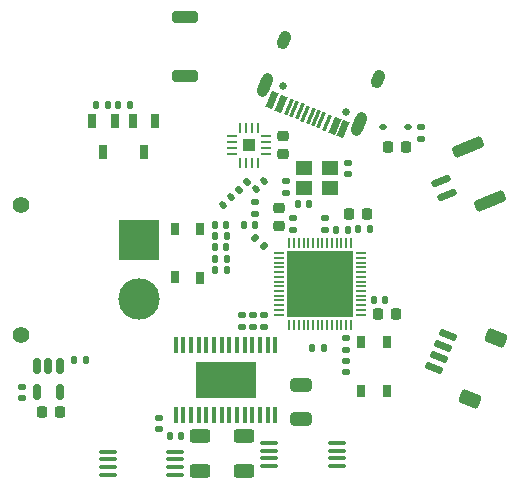
<source format=gts>
G04 #@! TF.GenerationSoftware,KiCad,Pcbnew,(7.0.0)*
G04 #@! TF.CreationDate,2023-03-23T23:46:18+08:00*
G04 #@! TF.ProjectId,ServoLess,53657276-6f4c-4657-9373-2e6b69636164,rev?*
G04 #@! TF.SameCoordinates,Original*
G04 #@! TF.FileFunction,Soldermask,Top*
G04 #@! TF.FilePolarity,Negative*
%FSLAX46Y46*%
G04 Gerber Fmt 4.6, Leading zero omitted, Abs format (unit mm)*
G04 Created by KiCad (PCBNEW (7.0.0)) date 2023-03-23 23:46:18*
%MOMM*%
%LPD*%
G01*
G04 APERTURE LIST*
G04 Aperture macros list*
%AMRoundRect*
0 Rectangle with rounded corners*
0 $1 Rounding radius*
0 $2 $3 $4 $5 $6 $7 $8 $9 X,Y pos of 4 corners*
0 Add a 4 corners polygon primitive as box body*
4,1,4,$2,$3,$4,$5,$6,$7,$8,$9,$2,$3,0*
0 Add four circle primitives for the rounded corners*
1,1,$1+$1,$2,$3*
1,1,$1+$1,$4,$5*
1,1,$1+$1,$6,$7*
1,1,$1+$1,$8,$9*
0 Add four rect primitives between the rounded corners*
20,1,$1+$1,$2,$3,$4,$5,0*
20,1,$1+$1,$4,$5,$6,$7,0*
20,1,$1+$1,$6,$7,$8,$9,0*
20,1,$1+$1,$8,$9,$2,$3,0*%
%AMHorizOval*
0 Thick line with rounded ends*
0 $1 width*
0 $2 $3 position (X,Y) of the first rounded end (center of the circle)*
0 $4 $5 position (X,Y) of the second rounded end (center of the circle)*
0 Add line between two ends*
20,1,$1,$2,$3,$4,$5,0*
0 Add two circle primitives to create the rounded ends*
1,1,$1,$2,$3*
1,1,$1,$4,$5*%
%AMRotRect*
0 Rectangle, with rotation*
0 The origin of the aperture is its center*
0 $1 length*
0 $2 width*
0 $3 Rotation angle, in degrees counterclockwise*
0 Add horizontal line*
21,1,$1,$2,0,0,$3*%
G04 Aperture macros list end*
%ADD10RoundRect,0.147500X-0.147500X-0.172500X0.147500X-0.172500X0.147500X0.172500X-0.147500X0.172500X0*%
%ADD11RoundRect,0.150000X-0.150000X0.512500X-0.150000X-0.512500X0.150000X-0.512500X0.150000X0.512500X0*%
%ADD12RoundRect,0.135000X-0.185000X0.135000X-0.185000X-0.135000X0.185000X-0.135000X0.185000X0.135000X0*%
%ADD13R,1.400000X1.200000*%
%ADD14RoundRect,0.135000X0.135000X0.185000X-0.135000X0.185000X-0.135000X-0.185000X0.135000X-0.185000X0*%
%ADD15RoundRect,0.150000X0.520022X-0.377759X0.634827X-0.100595X-0.520022X0.377759X-0.634827X0.100595X0*%
%ADD16RoundRect,0.250000X0.466582X-0.572102X0.734461X0.074614X-0.466582X0.572102X-0.734461X-0.074614X0*%
%ADD17RoundRect,0.218750X-0.218750X-0.256250X0.218750X-0.256250X0.218750X0.256250X-0.218750X0.256250X0*%
%ADD18RoundRect,0.140000X0.170000X-0.140000X0.170000X0.140000X-0.170000X0.140000X-0.170000X-0.140000X0*%
%ADD19RoundRect,0.225000X0.250000X-0.225000X0.250000X0.225000X-0.250000X0.225000X-0.250000X-0.225000X0*%
%ADD20R,0.650000X1.050000*%
%ADD21C,0.650000*%
%ADD22RotRect,0.600000X1.450000X157.500000*%
%ADD23RotRect,0.300000X1.450000X157.500000*%
%ADD24HorizOval,1.000000X0.210476X0.508134X-0.210476X-0.508134X0*%
%ADD25HorizOval,1.000000X0.114805X0.277164X-0.114805X-0.277164X0*%
%ADD26C,1.400000*%
%ADD27R,3.500000X3.500000*%
%ADD28C,3.500000*%
%ADD29RoundRect,0.140000X0.021213X-0.219203X0.219203X-0.021213X-0.021213X0.219203X-0.219203X0.021213X0*%
%ADD30RoundRect,0.135000X-0.135000X-0.185000X0.135000X-0.185000X0.135000X0.185000X-0.135000X0.185000X0*%
%ADD31RoundRect,0.140000X-0.140000X-0.170000X0.140000X-0.170000X0.140000X0.170000X-0.140000X0.170000X0*%
%ADD32RoundRect,0.147500X0.017678X-0.226274X0.226274X-0.017678X-0.017678X0.226274X-0.226274X0.017678X0*%
%ADD33R,0.650000X1.220000*%
%ADD34RoundRect,0.150000X0.704118X0.129296X0.589313X0.406460X-0.704118X-0.129296X-0.589313X-0.406460X0*%
%ADD35RoundRect,0.250000X1.111938X0.189982X0.920597X0.651922X-1.111938X-0.189982X-0.920597X-0.651922X0*%
%ADD36RoundRect,0.147500X-0.172500X0.147500X-0.172500X-0.147500X0.172500X-0.147500X0.172500X0.147500X0*%
%ADD37RoundRect,0.140000X-0.021213X0.219203X-0.219203X0.021213X0.021213X-0.219203X0.219203X-0.021213X0*%
%ADD38RoundRect,0.140000X0.140000X0.170000X-0.140000X0.170000X-0.140000X-0.170000X0.140000X-0.170000X0*%
%ADD39RoundRect,0.062500X0.325000X0.062500X-0.325000X0.062500X-0.325000X-0.062500X0.325000X-0.062500X0*%
%ADD40RoundRect,0.062500X0.062500X0.325000X-0.062500X0.325000X-0.062500X-0.325000X0.062500X-0.325000X0*%
%ADD41R,1.100000X1.100000*%
%ADD42RoundRect,0.250000X0.850000X0.250000X-0.850000X0.250000X-0.850000X-0.250000X0.850000X-0.250000X0*%
%ADD43RoundRect,0.225000X0.225000X0.250000X-0.225000X0.250000X-0.225000X-0.250000X0.225000X-0.250000X0*%
%ADD44RoundRect,0.100000X0.637500X0.100000X-0.637500X0.100000X-0.637500X-0.100000X0.637500X-0.100000X0*%
%ADD45RoundRect,0.250000X-0.625000X0.312500X-0.625000X-0.312500X0.625000X-0.312500X0.625000X0.312500X0*%
%ADD46RoundRect,0.135000X0.185000X-0.135000X0.185000X0.135000X-0.185000X0.135000X-0.185000X-0.135000X0*%
%ADD47RoundRect,0.140000X-0.170000X0.140000X-0.170000X-0.140000X0.170000X-0.140000X0.170000X0.140000X0*%
%ADD48RoundRect,0.225000X-0.225000X-0.250000X0.225000X-0.250000X0.225000X0.250000X-0.225000X0.250000X0*%
%ADD49R,0.449999X1.400000*%
%ADD50C,0.500000*%
%ADD51R,5.180000X3.099999*%
%ADD52RoundRect,0.250000X-0.650000X0.325000X-0.650000X-0.325000X0.650000X-0.325000X0.650000X0.325000X0*%
%ADD53RoundRect,0.050000X-0.387500X-0.050000X0.387500X-0.050000X0.387500X0.050000X-0.387500X0.050000X0*%
%ADD54RoundRect,0.050000X-0.050000X-0.387500X0.050000X-0.387500X0.050000X0.387500X-0.050000X0.387500X0*%
%ADD55R,5.600000X5.600000*%
%ADD56RoundRect,0.112500X0.187500X0.112500X-0.187500X0.112500X-0.187500X-0.112500X0.187500X-0.112500X0*%
%ADD57RoundRect,0.100000X-0.637500X-0.100000X0.637500X-0.100000X0.637500X0.100000X-0.637500X0.100000X0*%
%ADD58RoundRect,0.147500X-0.226274X-0.017678X-0.017678X-0.226274X0.226274X0.017678X0.017678X0.226274X0*%
G04 APERTURE END LIST*
D10*
X144265000Y-84600000D03*
X145235000Y-84600000D03*
D11*
X124100000Y-98312500D03*
X123150000Y-98312500D03*
X122200000Y-98312500D03*
X122200000Y-100587500D03*
X124100000Y-100587500D03*
D12*
X141400000Y-94015000D03*
X141400000Y-95035000D03*
D13*
X144799999Y-83249999D03*
X146999999Y-83249999D03*
X146999999Y-81549999D03*
X144799999Y-81549999D03*
D14*
X138235000Y-90225000D03*
X137215000Y-90225000D03*
D15*
X155803216Y-98495452D03*
X156185899Y-97571573D03*
X156568583Y-96647693D03*
X156951266Y-95723814D03*
D16*
X158885761Y-101179394D03*
X161028788Y-96005669D03*
D17*
X148562500Y-85512500D03*
X150137500Y-85512500D03*
D18*
X148500000Y-82080000D03*
X148500000Y-81120000D03*
D19*
X142650000Y-86525000D03*
X142650000Y-84975000D03*
D20*
X135999999Y-86724999D03*
X135999999Y-90874999D03*
X133849999Y-86724999D03*
X133849999Y-90849999D03*
D21*
X148339338Y-76840670D03*
X142999314Y-74628760D03*
D22*
X148118956Y-78313441D03*
X147379852Y-78007294D03*
D23*
X146271197Y-77548074D03*
X145347317Y-77165391D03*
X144885378Y-76974049D03*
X143961498Y-76591365D03*
D22*
X142852843Y-76132145D03*
X142113739Y-75825999D03*
X142113739Y-75825999D03*
X142852843Y-76132145D03*
D23*
X143499558Y-76400024D03*
X144423438Y-76782707D03*
X145809257Y-77356732D03*
X146733137Y-77739416D03*
D22*
X147379852Y-78007294D03*
X148118956Y-78313441D03*
D24*
X149457662Y-77877562D03*
D25*
X151057279Y-74015746D03*
D24*
X141475343Y-74571178D03*
D25*
X143074960Y-70709361D03*
D14*
X130085000Y-76250000D03*
X129065000Y-76250000D03*
X138235000Y-87350000D03*
X137215000Y-87350000D03*
D26*
X120800000Y-95700000D03*
X120800000Y-84700000D03*
D27*
X130799999Y-87699999D03*
D28*
X130800000Y-92700000D03*
D29*
X140685589Y-83389411D03*
X141364411Y-82710589D03*
D30*
X149390000Y-86762500D03*
X150410000Y-86762500D03*
D31*
X133420000Y-104300000D03*
X134380000Y-104300000D03*
D32*
X139302053Y-83417947D03*
X139987947Y-82732053D03*
D18*
X143850000Y-86805000D03*
X143850000Y-85845000D03*
D33*
X132199999Y-77614999D03*
X130299999Y-77614999D03*
X131249999Y-80234999D03*
D34*
X156880000Y-83860389D03*
X156401646Y-82705540D03*
D35*
X160544379Y-84344979D03*
X158650096Y-79771776D03*
D36*
X140675000Y-84490000D03*
X140675000Y-85460000D03*
D19*
X142987500Y-80387500D03*
X142987500Y-78837500D03*
D37*
X138639411Y-84060589D03*
X137960589Y-84739411D03*
D38*
X138205000Y-88300000D03*
X137245000Y-88300000D03*
D18*
X120950000Y-101080000D03*
X120950000Y-100120000D03*
D12*
X140450000Y-94015000D03*
X140450000Y-95035000D03*
D30*
X127190000Y-76250000D03*
X128210000Y-76250000D03*
D39*
X141612500Y-80412500D03*
X141612500Y-79912500D03*
X141612500Y-79412500D03*
X141612500Y-78912500D03*
D40*
X140900000Y-78200000D03*
X140400000Y-78200000D03*
X139900000Y-78200000D03*
X139400000Y-78200000D03*
D39*
X138687500Y-78912500D03*
X138687500Y-79412500D03*
X138687500Y-79912500D03*
X138687500Y-80412500D03*
D40*
X139400000Y-81125000D03*
X139900000Y-81125000D03*
X140400000Y-81125000D03*
X140900000Y-81125000D03*
D41*
X140149999Y-79662499D03*
D42*
X134700000Y-73825000D03*
X134700000Y-68825000D03*
D31*
X137245000Y-86400000D03*
X138205000Y-86400000D03*
D43*
X124125000Y-102250000D03*
X122575000Y-102250000D03*
D30*
X137215000Y-89250000D03*
X138235000Y-89250000D03*
D44*
X133887500Y-107550000D03*
X133887500Y-106900000D03*
X133887500Y-106250000D03*
X133887500Y-105600000D03*
X128162500Y-105600000D03*
X128162500Y-106250000D03*
X128162500Y-106900000D03*
X128162500Y-107550000D03*
D45*
X136000000Y-104287500D03*
X136000000Y-107212500D03*
D31*
X145495000Y-96825000D03*
X146455000Y-96825000D03*
D46*
X146600000Y-86822500D03*
X146600000Y-85802500D03*
D30*
X125340000Y-97850000D03*
X126360000Y-97850000D03*
D47*
X132525000Y-102745000D03*
X132525000Y-103705000D03*
D38*
X140680000Y-86375000D03*
X139720000Y-86375000D03*
D48*
X151025000Y-93962500D03*
X152575000Y-93962500D03*
D47*
X148375000Y-97895000D03*
X148375000Y-98855000D03*
D17*
X151887500Y-79800000D03*
X153462500Y-79800000D03*
D31*
X150720000Y-92762500D03*
X151680000Y-92762500D03*
D33*
X128749999Y-77614999D03*
X126849999Y-77614999D03*
X127799999Y-80234999D03*
D12*
X148375000Y-95977500D03*
X148375000Y-96997500D03*
D20*
X149649999Y-100449999D03*
X149649999Y-96299999D03*
X151799999Y-100449999D03*
X151799999Y-96324999D03*
D12*
X154700000Y-78125000D03*
X154700000Y-79145000D03*
D49*
X133925000Y-102499999D03*
X134575001Y-102499999D03*
X135225000Y-102499999D03*
X135875001Y-102499999D03*
X136524999Y-102499999D03*
X137175001Y-102499999D03*
X137824999Y-102499999D03*
X138475001Y-102499999D03*
X139124999Y-102499999D03*
X139775001Y-102499999D03*
X140424999Y-102499999D03*
X141075000Y-102499999D03*
X141724999Y-102499999D03*
X142375000Y-102499999D03*
X142375000Y-96599998D03*
X141724999Y-96599998D03*
X141075000Y-96599998D03*
X140424999Y-96599998D03*
X139775001Y-96599998D03*
X139124999Y-96599998D03*
X138475001Y-96599998D03*
X137824999Y-96599998D03*
X137175001Y-96599998D03*
X136524999Y-96599998D03*
X135875001Y-96599998D03*
X135225000Y-96599998D03*
X134575001Y-96599998D03*
X133925000Y-96599998D03*
D50*
X136150000Y-100550002D03*
X137150000Y-100550002D03*
X138150001Y-100550002D03*
X139150002Y-100550002D03*
X140150002Y-100550002D03*
X136150000Y-99550001D03*
X137150000Y-99550001D03*
X138150001Y-99550001D03*
D51*
X138150000Y-99550000D03*
D50*
X139150002Y-99550001D03*
X140150002Y-99550001D03*
X136150000Y-98550000D03*
X137150000Y-98550000D03*
X138150001Y-98550000D03*
X139150002Y-98550000D03*
X140150002Y-98550000D03*
D52*
X144500000Y-99925000D03*
X144500000Y-102875000D03*
D45*
X139725000Y-104287500D03*
X139725000Y-107212500D03*
D31*
X147520000Y-86812500D03*
X148480000Y-86812500D03*
D47*
X143300000Y-82720000D03*
X143300000Y-83680000D03*
D53*
X142712500Y-88800000D03*
X142712500Y-89200000D03*
X142712500Y-89600000D03*
X142712500Y-90000000D03*
X142712500Y-90400000D03*
X142712500Y-90800000D03*
X142712500Y-91200000D03*
X142712500Y-91600000D03*
X142712500Y-92000000D03*
X142712500Y-92400000D03*
X142712500Y-92800000D03*
X142712500Y-93200000D03*
X142712500Y-93600000D03*
X142712500Y-94000000D03*
D54*
X143550000Y-94837500D03*
X143950000Y-94837500D03*
X144350000Y-94837500D03*
X144750000Y-94837500D03*
X145150000Y-94837500D03*
X145550000Y-94837500D03*
X145950000Y-94837500D03*
X146350000Y-94837500D03*
X146750000Y-94837500D03*
X147150000Y-94837500D03*
X147550000Y-94837500D03*
X147950000Y-94837500D03*
X148350000Y-94837500D03*
X148750000Y-94837500D03*
D53*
X149587500Y-94000000D03*
X149587500Y-93600000D03*
X149587500Y-93200000D03*
X149587500Y-92800000D03*
X149587500Y-92400000D03*
X149587500Y-92000000D03*
X149587500Y-91600000D03*
X149587500Y-91200000D03*
X149587500Y-90800000D03*
X149587500Y-90400000D03*
X149587500Y-90000000D03*
X149587500Y-89600000D03*
X149587500Y-89200000D03*
X149587500Y-88800000D03*
D54*
X148750000Y-87962500D03*
X148350000Y-87962500D03*
X147950000Y-87962500D03*
X147550000Y-87962500D03*
X147150000Y-87962500D03*
X146750000Y-87962500D03*
X146350000Y-87962500D03*
X145950000Y-87962500D03*
X145550000Y-87962500D03*
X145150000Y-87962500D03*
X144750000Y-87962500D03*
X144350000Y-87962500D03*
X143950000Y-87962500D03*
X143550000Y-87962500D03*
D55*
X146149999Y-91399999D03*
D56*
X153600000Y-78075000D03*
X151500000Y-78075000D03*
D57*
X141862500Y-104875000D03*
X141862500Y-105525000D03*
X141862500Y-106175000D03*
X141862500Y-106825000D03*
X147587500Y-106825000D03*
X147587500Y-106175000D03*
X147587500Y-105525000D03*
X147587500Y-104875000D03*
D58*
X140682053Y-87482053D03*
X141367947Y-88167947D03*
D46*
X139500000Y-95035000D03*
X139500000Y-94015000D03*
M02*

</source>
